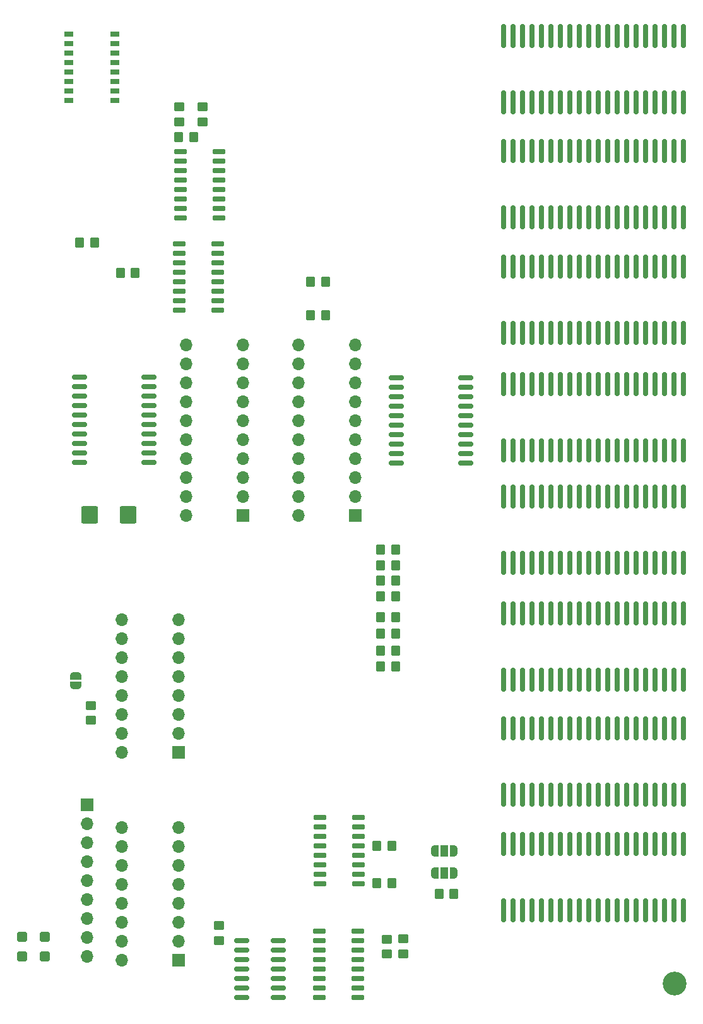
<source format=gbr>
%TF.GenerationSoftware,KiCad,Pcbnew,8.0.5*%
%TF.CreationDate,2024-11-12T15:17:28-04:00*%
%TF.ProjectId,RAMEXB_V2_Github,52414d45-5842-45f5-9632-5f4769746875,rev?*%
%TF.SameCoordinates,Original*%
%TF.FileFunction,Soldermask,Top*%
%TF.FilePolarity,Negative*%
%FSLAX46Y46*%
G04 Gerber Fmt 4.6, Leading zero omitted, Abs format (unit mm)*
G04 Created by KiCad (PCBNEW 8.0.5) date 2024-11-12 15:17:28*
%MOMM*%
%LPD*%
G01*
G04 APERTURE LIST*
G04 Aperture macros list*
%AMRoundRect*
0 Rectangle with rounded corners*
0 $1 Rounding radius*
0 $2 $3 $4 $5 $6 $7 $8 $9 X,Y pos of 4 corners*
0 Add a 4 corners polygon primitive as box body*
4,1,4,$2,$3,$4,$5,$6,$7,$8,$9,$2,$3,0*
0 Add four circle primitives for the rounded corners*
1,1,$1+$1,$2,$3*
1,1,$1+$1,$4,$5*
1,1,$1+$1,$6,$7*
1,1,$1+$1,$8,$9*
0 Add four rect primitives between the rounded corners*
20,1,$1+$1,$2,$3,$4,$5,0*
20,1,$1+$1,$4,$5,$6,$7,0*
20,1,$1+$1,$6,$7,$8,$9,0*
20,1,$1+$1,$8,$9,$2,$3,0*%
%AMFreePoly0*
4,1,19,0.500000,-0.750000,0.000000,-0.750000,0.000000,-0.744911,-0.071157,-0.744911,-0.207708,-0.704816,-0.327430,-0.627875,-0.420627,-0.520320,-0.479746,-0.390866,-0.500000,-0.250000,-0.500000,0.250000,-0.479746,0.390866,-0.420627,0.520320,-0.327430,0.627875,-0.207708,0.704816,-0.071157,0.744911,0.000000,0.744911,0.000000,0.750000,0.500000,0.750000,0.500000,-0.750000,0.500000,-0.750000,
$1*%
%AMFreePoly1*
4,1,19,0.000000,0.744911,0.071157,0.744911,0.207708,0.704816,0.327430,0.627875,0.420627,0.520320,0.479746,0.390866,0.500000,0.250000,0.500000,-0.250000,0.479746,-0.390866,0.420627,-0.520320,0.327430,-0.627875,0.207708,-0.704816,0.071157,-0.744911,0.000000,-0.744911,0.000000,-0.750000,-0.500000,-0.750000,-0.500000,0.750000,0.000000,0.750000,0.000000,0.744911,0.000000,0.744911,
$1*%
%AMFreePoly2*
4,1,19,0.550000,-0.750000,0.000000,-0.750000,0.000000,-0.744911,-0.071157,-0.744911,-0.207708,-0.704816,-0.327430,-0.627875,-0.420627,-0.520320,-0.479746,-0.390866,-0.500000,-0.250000,-0.500000,0.250000,-0.479746,0.390866,-0.420627,0.520320,-0.327430,0.627875,-0.207708,0.704816,-0.071157,0.744911,0.000000,0.744911,0.000000,0.750000,0.550000,0.750000,0.550000,-0.750000,0.550000,-0.750000,
$1*%
%AMFreePoly3*
4,1,19,0.000000,0.744911,0.071157,0.744911,0.207708,0.704816,0.327430,0.627875,0.420627,0.520320,0.479746,0.390866,0.500000,0.250000,0.500000,-0.250000,0.479746,-0.390866,0.420627,-0.520320,0.327430,-0.627875,0.207708,-0.704816,0.071157,-0.744911,0.000000,-0.744911,0.000000,-0.750000,-0.550000,-0.750000,-0.550000,0.750000,0.000000,0.750000,0.000000,0.744911,0.000000,0.744911,
$1*%
G04 Aperture macros list end*
%ADD10RoundRect,0.250000X0.350000X0.450000X-0.350000X0.450000X-0.350000X-0.450000X0.350000X-0.450000X0*%
%ADD11RoundRect,0.175000X0.175000X-1.399000X0.175000X1.399000X-0.175000X1.399000X-0.175000X-1.399000X0*%
%ADD12RoundRect,0.250000X0.450000X-0.350000X0.450000X0.350000X-0.450000X0.350000X-0.450000X-0.350000X0*%
%ADD13RoundRect,0.250000X-0.350000X-0.450000X0.350000X-0.450000X0.350000X0.450000X-0.350000X0.450000X0*%
%ADD14R,1.700000X1.700000*%
%ADD15O,1.700000X1.700000*%
%ADD16RoundRect,0.350000X0.350000X0.350000X-0.350000X0.350000X-0.350000X-0.350000X0.350000X-0.350000X0*%
%ADD17R,1.250000X0.760000*%
%ADD18FreePoly0,90.000000*%
%ADD19FreePoly1,90.000000*%
%ADD20RoundRect,0.150000X-0.875000X-0.150000X0.875000X-0.150000X0.875000X0.150000X-0.875000X0.150000X0*%
%ADD21RoundRect,0.150000X-0.725000X-0.150000X0.725000X-0.150000X0.725000X0.150000X-0.725000X0.150000X0*%
%ADD22RoundRect,0.250000X-0.450000X0.350000X-0.450000X-0.350000X0.450000X-0.350000X0.450000X0.350000X0*%
%ADD23FreePoly2,0.000000*%
%ADD24R,1.000000X1.500000*%
%ADD25FreePoly3,0.000000*%
%ADD26RoundRect,0.250000X0.875000X0.925000X-0.875000X0.925000X-0.875000X-0.925000X0.875000X-0.925000X0*%
%ADD27RoundRect,0.150000X-0.825000X-0.150000X0.825000X-0.150000X0.825000X0.150000X-0.825000X0.150000X0*%
%ADD28C,3.200000*%
G04 APERTURE END LIST*
D10*
%TO.C,R25*%
X204900000Y-127100000D03*
X202900000Y-127100000D03*
%TD*%
D11*
%TO.C,U17*%
X219925000Y-27430290D03*
X221195000Y-27430290D03*
X222465000Y-27430290D03*
X223735000Y-27430290D03*
X225005000Y-27430290D03*
X226275000Y-27430290D03*
X227545000Y-27430290D03*
X228815000Y-27430290D03*
X230085000Y-27430290D03*
X231355000Y-27430290D03*
X232625000Y-27430290D03*
X233895000Y-27430290D03*
X235165000Y-27430290D03*
X236435000Y-27430290D03*
X237705000Y-27430290D03*
X238975000Y-27430290D03*
X240245000Y-27430290D03*
X241515000Y-27430290D03*
X242785000Y-27430290D03*
X244055000Y-27430290D03*
X244055000Y-18540290D03*
X242785000Y-18540290D03*
X241515000Y-18540290D03*
X240245000Y-18540290D03*
X238975000Y-18540290D03*
X237705000Y-18540290D03*
X236435000Y-18540290D03*
X235165000Y-18540290D03*
X233895000Y-18540290D03*
X232625000Y-18540290D03*
X231355000Y-18540290D03*
X230085000Y-18540290D03*
X228815000Y-18540290D03*
X227545000Y-18540290D03*
X226275000Y-18540290D03*
X225005000Y-18540290D03*
X223735000Y-18540290D03*
X222465000Y-18540290D03*
X221195000Y-18540290D03*
X219925000Y-18540290D03*
%TD*%
D12*
%TO.C,R3*%
X164550000Y-110296421D03*
X164550000Y-108296421D03*
%TD*%
D13*
%TO.C,R1*%
X211255000Y-133525000D03*
X213255000Y-133525000D03*
%TD*%
%TO.C,R8*%
X193995000Y-55990000D03*
X195995000Y-55990000D03*
%TD*%
D12*
%TO.C,R22*%
X179500000Y-30070000D03*
X179500000Y-28070000D03*
%TD*%
D14*
%TO.C,J4*%
X176280000Y-142440000D03*
D15*
X176280000Y-139900000D03*
X176280000Y-137360000D03*
X176280000Y-134820000D03*
X176280000Y-132280000D03*
X176280000Y-129740000D03*
X176280000Y-127200000D03*
X176280000Y-124660000D03*
X168660000Y-124660000D03*
X168660000Y-127200000D03*
X168660000Y-129740000D03*
X168660000Y-132280000D03*
X168660000Y-134820000D03*
X168660000Y-137360000D03*
X168660000Y-139900000D03*
X168660000Y-142440000D03*
%TD*%
D11*
%TO.C,U12*%
X219935000Y-74108651D03*
X221205000Y-74108651D03*
X222475000Y-74108651D03*
X223745000Y-74108651D03*
X225015000Y-74108651D03*
X226285000Y-74108651D03*
X227555000Y-74108651D03*
X228825000Y-74108651D03*
X230095000Y-74108651D03*
X231365000Y-74108651D03*
X232635000Y-74108651D03*
X233905000Y-74108651D03*
X235175000Y-74108651D03*
X236445000Y-74108651D03*
X237715000Y-74108651D03*
X238985000Y-74108651D03*
X240255000Y-74108651D03*
X241525000Y-74108651D03*
X242795000Y-74108651D03*
X244065000Y-74108651D03*
X244065000Y-65218651D03*
X242795000Y-65218651D03*
X241525000Y-65218651D03*
X240255000Y-65218651D03*
X238985000Y-65218651D03*
X237715000Y-65218651D03*
X236445000Y-65218651D03*
X235175000Y-65218651D03*
X233905000Y-65218651D03*
X232635000Y-65218651D03*
X231365000Y-65218651D03*
X230095000Y-65218651D03*
X228825000Y-65218651D03*
X227555000Y-65218651D03*
X226285000Y-65218651D03*
X225015000Y-65218651D03*
X223745000Y-65218651D03*
X222475000Y-65218651D03*
X221205000Y-65218651D03*
X219935000Y-65218651D03*
%TD*%
D14*
%TO.C,U21*%
X200000000Y-82811400D03*
D15*
X200000000Y-80271400D03*
X200000000Y-77731400D03*
X200000000Y-75191400D03*
X200000000Y-72651400D03*
X200000000Y-70111400D03*
X200000000Y-67571400D03*
X200000000Y-65031400D03*
X200000000Y-62491400D03*
X200000000Y-59951400D03*
X192380000Y-59951400D03*
X192380000Y-62491400D03*
X192380000Y-65031400D03*
X192380000Y-67571400D03*
X192380000Y-70111400D03*
X192380000Y-72651400D03*
X192380000Y-75191400D03*
X192380000Y-77731400D03*
X192380000Y-80271400D03*
X192380000Y-82811400D03*
%TD*%
D16*
%TO.C,D1*%
X158390000Y-139290000D03*
X155290000Y-139290000D03*
%TD*%
D17*
%TO.C,SWA1*%
X161560000Y-18290000D03*
X161560000Y-19560000D03*
X161560000Y-20830000D03*
X161560000Y-22100000D03*
X161560000Y-23370000D03*
X161560000Y-24640000D03*
X161560000Y-25910000D03*
X161560000Y-27180000D03*
X167710000Y-27180000D03*
X167710000Y-25910000D03*
X167710000Y-24640000D03*
X167710000Y-23370000D03*
X167710000Y-22100000D03*
X167710000Y-20830000D03*
X167710000Y-19560000D03*
X167710000Y-18290000D03*
%TD*%
D12*
%TO.C,R4*%
X181720000Y-139800000D03*
X181720000Y-137800000D03*
%TD*%
D11*
%TO.C,U16*%
X219935000Y-135799994D03*
X221205000Y-135799994D03*
X222475000Y-135799994D03*
X223745000Y-135799994D03*
X225015000Y-135799994D03*
X226285000Y-135799994D03*
X227555000Y-135799994D03*
X228825000Y-135799994D03*
X230095000Y-135799994D03*
X231365000Y-135799994D03*
X232635000Y-135799994D03*
X233905000Y-135799994D03*
X235175000Y-135799994D03*
X236445000Y-135799994D03*
X237715000Y-135799994D03*
X238985000Y-135799994D03*
X240255000Y-135799994D03*
X241525000Y-135799994D03*
X242795000Y-135799994D03*
X244065000Y-135799994D03*
X244065000Y-126909994D03*
X242795000Y-126909994D03*
X241525000Y-126909994D03*
X240255000Y-126909994D03*
X238985000Y-126909994D03*
X237715000Y-126909994D03*
X236445000Y-126909994D03*
X235175000Y-126909994D03*
X233905000Y-126909994D03*
X232635000Y-126909994D03*
X231365000Y-126909994D03*
X230095000Y-126909994D03*
X228825000Y-126909994D03*
X227555000Y-126909994D03*
X226285000Y-126909994D03*
X225015000Y-126909994D03*
X223745000Y-126909994D03*
X222475000Y-126909994D03*
X221205000Y-126909994D03*
X219935000Y-126909994D03*
%TD*%
%TO.C,U10*%
X219935000Y-58349171D03*
X221205000Y-58349171D03*
X222475000Y-58349171D03*
X223745000Y-58349171D03*
X225015000Y-58349171D03*
X226285000Y-58349171D03*
X227555000Y-58349171D03*
X228825000Y-58349171D03*
X230095000Y-58349171D03*
X231365000Y-58349171D03*
X232635000Y-58349171D03*
X233905000Y-58349171D03*
X235175000Y-58349171D03*
X236445000Y-58349171D03*
X237715000Y-58349171D03*
X238985000Y-58349171D03*
X240255000Y-58349171D03*
X241525000Y-58349171D03*
X242795000Y-58349171D03*
X244065000Y-58349171D03*
X244065000Y-49459171D03*
X242795000Y-49459171D03*
X241525000Y-49459171D03*
X240255000Y-49459171D03*
X238985000Y-49459171D03*
X237715000Y-49459171D03*
X236445000Y-49459171D03*
X235175000Y-49459171D03*
X233905000Y-49459171D03*
X232635000Y-49459171D03*
X231365000Y-49459171D03*
X230095000Y-49459171D03*
X228825000Y-49459171D03*
X227555000Y-49459171D03*
X226285000Y-49459171D03*
X225015000Y-49459171D03*
X223745000Y-49459171D03*
X222475000Y-49459171D03*
X221205000Y-49459171D03*
X219935000Y-49459171D03*
%TD*%
D18*
%TO.C,JP3*%
X162525000Y-105625000D03*
D19*
X162525000Y-104325000D03*
%TD*%
D20*
%TO.C,U5*%
X163050000Y-64333600D03*
X163050000Y-65603600D03*
X163050000Y-66873600D03*
X163050000Y-68143600D03*
X163050000Y-69413600D03*
X163050000Y-70683600D03*
X163050000Y-71953600D03*
X163050000Y-73223600D03*
X163050000Y-74493600D03*
X163050000Y-75763600D03*
X172350000Y-75763600D03*
X172350000Y-74493600D03*
X172350000Y-73223600D03*
X172350000Y-71953600D03*
X172350000Y-70683600D03*
X172350000Y-69413600D03*
X172350000Y-68143600D03*
X172350000Y-66873600D03*
X172350000Y-65603600D03*
X172350000Y-64333600D03*
%TD*%
D11*
%TO.C,U13*%
X219935000Y-120251410D03*
X221205000Y-120251410D03*
X222475000Y-120251410D03*
X223745000Y-120251410D03*
X225015000Y-120251410D03*
X226285000Y-120251410D03*
X227555000Y-120251410D03*
X228825000Y-120251410D03*
X230095000Y-120251410D03*
X231365000Y-120251410D03*
X232635000Y-120251410D03*
X233905000Y-120251410D03*
X235175000Y-120251410D03*
X236445000Y-120251410D03*
X237715000Y-120251410D03*
X238985000Y-120251410D03*
X240255000Y-120251410D03*
X241525000Y-120251410D03*
X242795000Y-120251410D03*
X244065000Y-120251410D03*
X244065000Y-111361410D03*
X242795000Y-111361410D03*
X241525000Y-111361410D03*
X240255000Y-111361410D03*
X238985000Y-111361410D03*
X237715000Y-111361410D03*
X236445000Y-111361410D03*
X235175000Y-111361410D03*
X233905000Y-111361410D03*
X232635000Y-111361410D03*
X231365000Y-111361410D03*
X230095000Y-111361410D03*
X228825000Y-111361410D03*
X227555000Y-111361410D03*
X226285000Y-111361410D03*
X225015000Y-111361410D03*
X223745000Y-111361410D03*
X222475000Y-111361410D03*
X221205000Y-111361410D03*
X219935000Y-111361410D03*
%TD*%
D14*
%TO.C,U20*%
X184900000Y-82811400D03*
D15*
X184900000Y-80271400D03*
X184900000Y-77731400D03*
X184900000Y-75191400D03*
X184900000Y-72651400D03*
X184900000Y-70111400D03*
X184900000Y-67571400D03*
X184900000Y-65031400D03*
X184900000Y-62491400D03*
X184900000Y-59951400D03*
X177280000Y-59951400D03*
X177280000Y-62491400D03*
X177280000Y-65031400D03*
X177280000Y-67571400D03*
X177280000Y-70111400D03*
X177280000Y-72651400D03*
X177280000Y-75191400D03*
X177280000Y-77731400D03*
X177280000Y-80271400D03*
X177280000Y-82811400D03*
%TD*%
D13*
%TO.C,R14*%
X203400000Y-103100000D03*
X205400000Y-103100000D03*
%TD*%
%TO.C,R12*%
X203400000Y-96500000D03*
X205400000Y-96500000D03*
%TD*%
D16*
%TO.C,D2*%
X158390000Y-141900000D03*
X155290000Y-141900000D03*
%TD*%
D13*
%TO.C,R16*%
X203400000Y-91600000D03*
X205400000Y-91600000D03*
%TD*%
D21*
%TO.C,U9*%
X176425000Y-46455000D03*
X176425000Y-47725000D03*
X176425000Y-48995000D03*
X176425000Y-50265000D03*
X176425000Y-51535000D03*
X176425000Y-52805000D03*
X176425000Y-54075000D03*
X176425000Y-55345000D03*
X181575000Y-55345000D03*
X181575000Y-54075000D03*
X181575000Y-52805000D03*
X181575000Y-51535000D03*
X181575000Y-50265000D03*
X181575000Y-48995000D03*
X181575000Y-47725000D03*
X181575000Y-46455000D03*
%TD*%
%TO.C,U8*%
X176550000Y-34080000D03*
X176550000Y-35350000D03*
X176550000Y-36620000D03*
X176550000Y-37890000D03*
X176550000Y-39160000D03*
X176550000Y-40430000D03*
X176550000Y-41700000D03*
X176550000Y-42970000D03*
X181700000Y-42970000D03*
X181700000Y-41700000D03*
X181700000Y-40430000D03*
X181700000Y-39160000D03*
X181700000Y-37890000D03*
X181700000Y-36620000D03*
X181700000Y-35350000D03*
X181700000Y-34080000D03*
%TD*%
D13*
%TO.C,R6*%
X193995000Y-51556000D03*
X195995000Y-51556000D03*
%TD*%
%TO.C,R15*%
X203400000Y-101000000D03*
X205400000Y-101000000D03*
%TD*%
D10*
%TO.C,R5*%
X204900000Y-132130000D03*
X202900000Y-132130000D03*
%TD*%
%TO.C,R19*%
X170480000Y-50336790D03*
X168480000Y-50336790D03*
%TD*%
D13*
%TO.C,R13*%
X203400000Y-98700000D03*
X205400000Y-98700000D03*
%TD*%
D20*
%TO.C,U6*%
X205505000Y-64385000D03*
X205505000Y-65655000D03*
X205505000Y-66925000D03*
X205505000Y-68195000D03*
X205505000Y-69465000D03*
X205505000Y-70735000D03*
X205505000Y-72005000D03*
X205505000Y-73275000D03*
X205505000Y-74545000D03*
X205505000Y-75815000D03*
X214805000Y-75815000D03*
X214805000Y-74545000D03*
X214805000Y-73275000D03*
X214805000Y-72005000D03*
X214805000Y-70735000D03*
X214805000Y-69465000D03*
X214805000Y-68195000D03*
X214805000Y-66925000D03*
X214805000Y-65655000D03*
X214805000Y-64385000D03*
%TD*%
D22*
%TO.C,R27*%
X204280000Y-139640000D03*
X204280000Y-141640000D03*
%TD*%
D13*
%TO.C,R17*%
X203400000Y-87400000D03*
X205400000Y-87400000D03*
%TD*%
D21*
%TO.C,U1*%
X195250000Y-123280000D03*
X195250000Y-124550000D03*
X195250000Y-125820000D03*
X195250000Y-127090000D03*
X195250000Y-128360000D03*
X195250000Y-129630000D03*
X195250000Y-130900000D03*
X195250000Y-132170000D03*
X200400000Y-132170000D03*
X200400000Y-130900000D03*
X200400000Y-129630000D03*
X200400000Y-128360000D03*
X200400000Y-127090000D03*
X200400000Y-125820000D03*
X200400000Y-124550000D03*
X200400000Y-123280000D03*
%TD*%
D23*
%TO.C,JP2*%
X210650000Y-130726000D03*
D24*
X211950000Y-130726000D03*
D25*
X213250000Y-130726000D03*
%TD*%
D13*
%TO.C,R10*%
X203400000Y-93700000D03*
X205400000Y-93700000D03*
%TD*%
D26*
%TO.C,C2*%
X169495000Y-82775000D03*
X164395000Y-82775000D03*
%TD*%
D14*
%TO.C,J3*%
X176280000Y-114580000D03*
D15*
X176280000Y-112040000D03*
X176280000Y-109500000D03*
X176280000Y-106960000D03*
X176280000Y-104420000D03*
X176280000Y-101880000D03*
X176280000Y-99340000D03*
X176280000Y-96800000D03*
X168660000Y-96800000D03*
X168660000Y-99340000D03*
X168660000Y-101880000D03*
X168660000Y-104420000D03*
X168660000Y-106960000D03*
X168660000Y-109500000D03*
X168660000Y-112040000D03*
X168660000Y-114580000D03*
%TD*%
D13*
%TO.C,R9*%
X203400000Y-89500000D03*
X205400000Y-89500000D03*
%TD*%
D10*
%TO.C,R7*%
X165040000Y-46260000D03*
X163040000Y-46260000D03*
%TD*%
D11*
%TO.C,U14*%
X219935000Y-104849804D03*
X221205000Y-104849804D03*
X222475000Y-104849804D03*
X223745000Y-104849804D03*
X225015000Y-104849804D03*
X226285000Y-104849804D03*
X227555000Y-104849804D03*
X228825000Y-104849804D03*
X230095000Y-104849804D03*
X231365000Y-104849804D03*
X232635000Y-104849804D03*
X233905000Y-104849804D03*
X235175000Y-104849804D03*
X236445000Y-104849804D03*
X237715000Y-104849804D03*
X238985000Y-104849804D03*
X240255000Y-104849804D03*
X241525000Y-104849804D03*
X242795000Y-104849804D03*
X244065000Y-104849804D03*
X244065000Y-95959804D03*
X242795000Y-95959804D03*
X241525000Y-95959804D03*
X240255000Y-95959804D03*
X238985000Y-95959804D03*
X237715000Y-95959804D03*
X236445000Y-95959804D03*
X235175000Y-95959804D03*
X233905000Y-95959804D03*
X232635000Y-95959804D03*
X231365000Y-95959804D03*
X230095000Y-95959804D03*
X228825000Y-95959804D03*
X227555000Y-95959804D03*
X226285000Y-95959804D03*
X225015000Y-95959804D03*
X223745000Y-95959804D03*
X222475000Y-95959804D03*
X221205000Y-95959804D03*
X219935000Y-95959804D03*
%TD*%
D21*
%TO.C,U2*%
X195200000Y-138540000D03*
X195200000Y-139810000D03*
X195200000Y-141080000D03*
X195200000Y-142350000D03*
X195200000Y-143620000D03*
X195200000Y-144890000D03*
X195200000Y-146160000D03*
X195200000Y-147430000D03*
X200350000Y-147430000D03*
X200350000Y-146160000D03*
X200350000Y-144890000D03*
X200350000Y-143620000D03*
X200350000Y-142350000D03*
X200350000Y-141080000D03*
X200350000Y-139810000D03*
X200350000Y-138540000D03*
%TD*%
D22*
%TO.C,R2*%
X206480000Y-139610000D03*
X206480000Y-141610000D03*
%TD*%
D11*
%TO.C,U15*%
X219935000Y-42890000D03*
X221205000Y-42890000D03*
X222475000Y-42890000D03*
X223745000Y-42890000D03*
X225015000Y-42890000D03*
X226285000Y-42890000D03*
X227555000Y-42890000D03*
X228825000Y-42890000D03*
X230095000Y-42890000D03*
X231365000Y-42890000D03*
X232635000Y-42890000D03*
X233905000Y-42890000D03*
X235175000Y-42890000D03*
X236445000Y-42890000D03*
X237715000Y-42890000D03*
X238985000Y-42890000D03*
X240255000Y-42890000D03*
X241525000Y-42890000D03*
X242795000Y-42890000D03*
X244065000Y-42890000D03*
X244065000Y-34000000D03*
X242795000Y-34000000D03*
X241525000Y-34000000D03*
X240255000Y-34000000D03*
X238985000Y-34000000D03*
X237715000Y-34000000D03*
X236445000Y-34000000D03*
X235175000Y-34000000D03*
X233905000Y-34000000D03*
X232635000Y-34000000D03*
X231365000Y-34000000D03*
X230095000Y-34000000D03*
X228825000Y-34000000D03*
X227555000Y-34000000D03*
X226285000Y-34000000D03*
X225015000Y-34000000D03*
X223745000Y-34000000D03*
X222475000Y-34000000D03*
X221205000Y-34000000D03*
X219935000Y-34000000D03*
%TD*%
D12*
%TO.C,R23*%
X176350000Y-30070000D03*
X176350000Y-28070000D03*
%TD*%
D27*
%TO.C,U7*%
X184750000Y-139795000D03*
X184750000Y-141065000D03*
X184750000Y-142335000D03*
X184750000Y-143605000D03*
X184750000Y-144875000D03*
X184750000Y-146145000D03*
X184750000Y-147415000D03*
X189700000Y-147415000D03*
X189700000Y-146145000D03*
X189700000Y-144875000D03*
X189700000Y-143605000D03*
X189700000Y-142335000D03*
X189700000Y-141065000D03*
X189700000Y-139795000D03*
%TD*%
D11*
%TO.C,U11*%
X219935000Y-89206285D03*
X221205000Y-89206285D03*
X222475000Y-89206285D03*
X223745000Y-89206285D03*
X225015000Y-89206285D03*
X226285000Y-89206285D03*
X227555000Y-89206285D03*
X228825000Y-89206285D03*
X230095000Y-89206285D03*
X231365000Y-89206285D03*
X232635000Y-89206285D03*
X233905000Y-89206285D03*
X235175000Y-89206285D03*
X236445000Y-89206285D03*
X237715000Y-89206285D03*
X238985000Y-89206285D03*
X240255000Y-89206285D03*
X241525000Y-89206285D03*
X242795000Y-89206285D03*
X244065000Y-89206285D03*
X244065000Y-80316285D03*
X242795000Y-80316285D03*
X241525000Y-80316285D03*
X240255000Y-80316285D03*
X238985000Y-80316285D03*
X237715000Y-80316285D03*
X236445000Y-80316285D03*
X235175000Y-80316285D03*
X233905000Y-80316285D03*
X232635000Y-80316285D03*
X231365000Y-80316285D03*
X230095000Y-80316285D03*
X228825000Y-80316285D03*
X227555000Y-80316285D03*
X226285000Y-80316285D03*
X225015000Y-80316285D03*
X223745000Y-80316285D03*
X222475000Y-80316285D03*
X221205000Y-80316285D03*
X219935000Y-80316285D03*
%TD*%
D28*
%TO.C,REF\u002A\u002A*%
X242850000Y-145550000D03*
%TD*%
D10*
%TO.C,R26*%
X178300000Y-32100000D03*
X176300000Y-32100000D03*
%TD*%
D23*
%TO.C,JP1*%
X210660000Y-127782000D03*
D24*
X211960000Y-127782000D03*
D25*
X213260000Y-127782000D03*
%TD*%
D14*
%TO.C,J5*%
X164025000Y-121595000D03*
D15*
X164025000Y-124135000D03*
X164025000Y-126675000D03*
X164025000Y-129215000D03*
X164025000Y-131755000D03*
X164025000Y-134295000D03*
X164025000Y-136835000D03*
X164025000Y-139375000D03*
X164025000Y-141915000D03*
%TD*%
M02*

</source>
